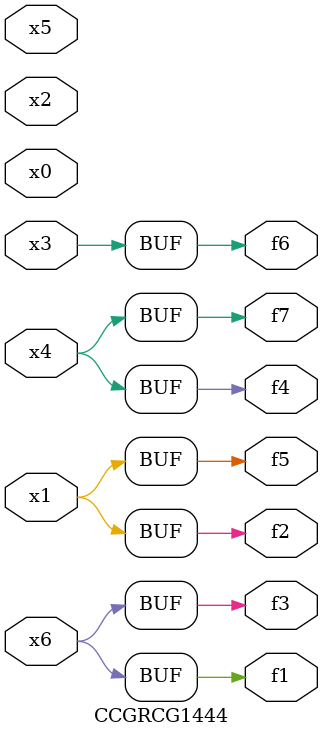
<source format=v>
module CCGRCG1444(
	input x0, x1, x2, x3, x4, x5, x6,
	output f1, f2, f3, f4, f5, f6, f7
);
	assign f1 = x6;
	assign f2 = x1;
	assign f3 = x6;
	assign f4 = x4;
	assign f5 = x1;
	assign f6 = x3;
	assign f7 = x4;
endmodule

</source>
